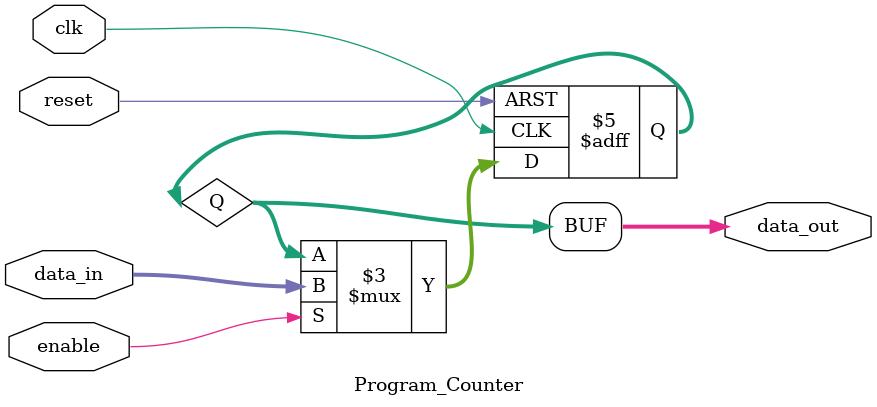
<source format=v>
/*
* Description
*	Flip Flop 
* Author:
*	Ing. Luis Eduardo Almonte De Luna
* Date:
*	21/11/2021
*/
module Program_Counter
#(

		parameter WORD_LENGTH = 32

)

(
	input clk,
	input reset,
	input enable,
	input [WORD_LENGTH-1 : 0] data_in,
	
	output [WORD_LENGTH-1 : 0] data_out
	
);

	reg [WORD_LENGTH-1 : 0] Q;

   always @(posedge clk or negedge reset) begin
      if (!reset)
         Q <= 32'h400000;
      else 
		if (enable)
         Q <= data_in;
   end
		assign data_out = Q;

endmodule
	
</source>
